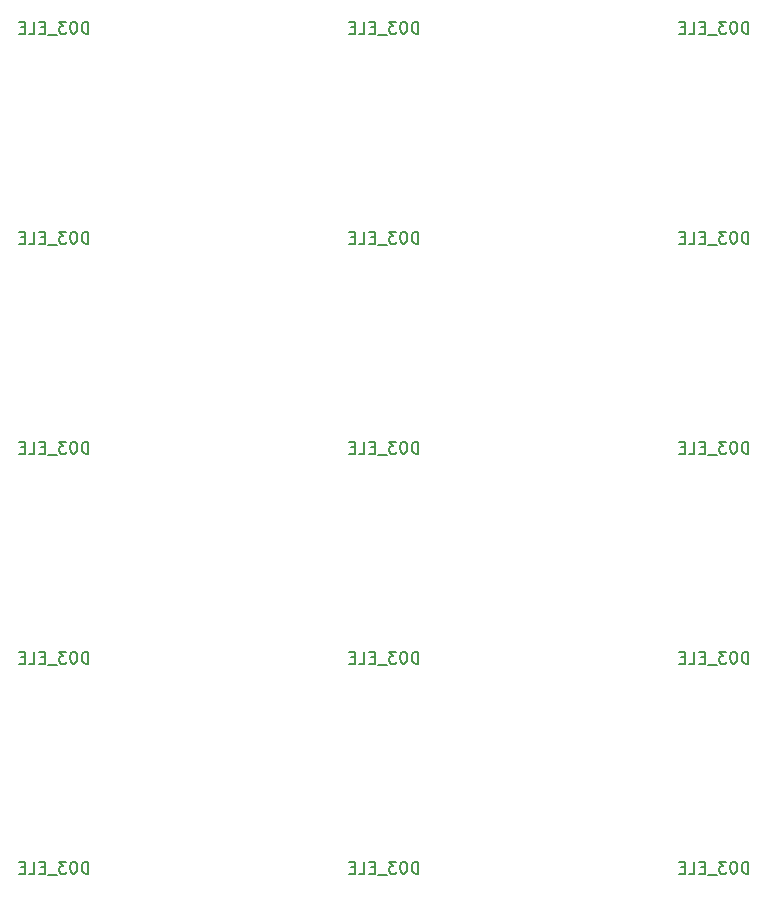
<source format=gbr>
G04 #@! TF.GenerationSoftware,KiCad,Pcbnew,5.1.5-52549c5~86~ubuntu18.04.1*
G04 #@! TF.CreationDate,2020-09-25T18:23:52-05:00*
G04 #@! TF.ProjectId,,58585858-5858-4585-9858-585858585858,rev?*
G04 #@! TF.SameCoordinates,Original*
G04 #@! TF.FileFunction,Legend,Bot*
G04 #@! TF.FilePolarity,Positive*
%FSLAX46Y46*%
G04 Gerber Fmt 4.6, Leading zero omitted, Abs format (unit mm)*
G04 Created by KiCad (PCBNEW 5.1.5-52549c5~86~ubuntu18.04.1) date 2020-09-25 18:23:52*
%MOMM*%
%LPD*%
G04 APERTURE LIST*
%ADD10C,0.150000*%
G04 APERTURE END LIST*
D10*
X175802561Y-158541980D02*
X175802561Y-157541980D01*
X175564466Y-157541980D01*
X175421609Y-157589600D01*
X175326371Y-157684838D01*
X175278752Y-157780076D01*
X175231133Y-157970552D01*
X175231133Y-158113409D01*
X175278752Y-158303885D01*
X175326371Y-158399123D01*
X175421609Y-158494361D01*
X175564466Y-158541980D01*
X175802561Y-158541980D01*
X174612085Y-157541980D02*
X174516847Y-157541980D01*
X174421609Y-157589600D01*
X174373990Y-157637219D01*
X174326371Y-157732457D01*
X174278752Y-157922933D01*
X174278752Y-158161028D01*
X174326371Y-158351504D01*
X174373990Y-158446742D01*
X174421609Y-158494361D01*
X174516847Y-158541980D01*
X174612085Y-158541980D01*
X174707323Y-158494361D01*
X174754942Y-158446742D01*
X174802561Y-158351504D01*
X174850180Y-158161028D01*
X174850180Y-157922933D01*
X174802561Y-157732457D01*
X174754942Y-157637219D01*
X174707323Y-157589600D01*
X174612085Y-157541980D01*
X173945419Y-157541980D02*
X173326371Y-157541980D01*
X173659704Y-157922933D01*
X173516847Y-157922933D01*
X173421609Y-157970552D01*
X173373990Y-158018171D01*
X173326371Y-158113409D01*
X173326371Y-158351504D01*
X173373990Y-158446742D01*
X173421609Y-158494361D01*
X173516847Y-158541980D01*
X173802561Y-158541980D01*
X173897800Y-158494361D01*
X173945419Y-158446742D01*
X173135895Y-158637219D02*
X172373990Y-158637219D01*
X172135895Y-158018171D02*
X171802561Y-158018171D01*
X171659704Y-158541980D02*
X172135895Y-158541980D01*
X172135895Y-157541980D01*
X171659704Y-157541980D01*
X170754942Y-158541980D02*
X171231133Y-158541980D01*
X171231133Y-157541980D01*
X170421609Y-158018171D02*
X170088276Y-158018171D01*
X169945419Y-158541980D02*
X170421609Y-158541980D01*
X170421609Y-157541980D01*
X169945419Y-157541980D01*
X147862561Y-158541980D02*
X147862561Y-157541980D01*
X147624466Y-157541980D01*
X147481609Y-157589600D01*
X147386371Y-157684838D01*
X147338752Y-157780076D01*
X147291133Y-157970552D01*
X147291133Y-158113409D01*
X147338752Y-158303885D01*
X147386371Y-158399123D01*
X147481609Y-158494361D01*
X147624466Y-158541980D01*
X147862561Y-158541980D01*
X146672085Y-157541980D02*
X146576847Y-157541980D01*
X146481609Y-157589600D01*
X146433990Y-157637219D01*
X146386371Y-157732457D01*
X146338752Y-157922933D01*
X146338752Y-158161028D01*
X146386371Y-158351504D01*
X146433990Y-158446742D01*
X146481609Y-158494361D01*
X146576847Y-158541980D01*
X146672085Y-158541980D01*
X146767323Y-158494361D01*
X146814942Y-158446742D01*
X146862561Y-158351504D01*
X146910180Y-158161028D01*
X146910180Y-157922933D01*
X146862561Y-157732457D01*
X146814942Y-157637219D01*
X146767323Y-157589600D01*
X146672085Y-157541980D01*
X146005419Y-157541980D02*
X145386371Y-157541980D01*
X145719704Y-157922933D01*
X145576847Y-157922933D01*
X145481609Y-157970552D01*
X145433990Y-158018171D01*
X145386371Y-158113409D01*
X145386371Y-158351504D01*
X145433990Y-158446742D01*
X145481609Y-158494361D01*
X145576847Y-158541980D01*
X145862561Y-158541980D01*
X145957800Y-158494361D01*
X146005419Y-158446742D01*
X145195895Y-158637219D02*
X144433990Y-158637219D01*
X144195895Y-158018171D02*
X143862561Y-158018171D01*
X143719704Y-158541980D02*
X144195895Y-158541980D01*
X144195895Y-157541980D01*
X143719704Y-157541980D01*
X142814942Y-158541980D02*
X143291133Y-158541980D01*
X143291133Y-157541980D01*
X142481609Y-158018171D02*
X142148276Y-158018171D01*
X142005419Y-158541980D02*
X142481609Y-158541980D01*
X142481609Y-157541980D01*
X142005419Y-157541980D01*
X119922561Y-158541980D02*
X119922561Y-157541980D01*
X119684466Y-157541980D01*
X119541609Y-157589600D01*
X119446371Y-157684838D01*
X119398752Y-157780076D01*
X119351133Y-157970552D01*
X119351133Y-158113409D01*
X119398752Y-158303885D01*
X119446371Y-158399123D01*
X119541609Y-158494361D01*
X119684466Y-158541980D01*
X119922561Y-158541980D01*
X118732085Y-157541980D02*
X118636847Y-157541980D01*
X118541609Y-157589600D01*
X118493990Y-157637219D01*
X118446371Y-157732457D01*
X118398752Y-157922933D01*
X118398752Y-158161028D01*
X118446371Y-158351504D01*
X118493990Y-158446742D01*
X118541609Y-158494361D01*
X118636847Y-158541980D01*
X118732085Y-158541980D01*
X118827323Y-158494361D01*
X118874942Y-158446742D01*
X118922561Y-158351504D01*
X118970180Y-158161028D01*
X118970180Y-157922933D01*
X118922561Y-157732457D01*
X118874942Y-157637219D01*
X118827323Y-157589600D01*
X118732085Y-157541980D01*
X118065419Y-157541980D02*
X117446371Y-157541980D01*
X117779704Y-157922933D01*
X117636847Y-157922933D01*
X117541609Y-157970552D01*
X117493990Y-158018171D01*
X117446371Y-158113409D01*
X117446371Y-158351504D01*
X117493990Y-158446742D01*
X117541609Y-158494361D01*
X117636847Y-158541980D01*
X117922561Y-158541980D01*
X118017800Y-158494361D01*
X118065419Y-158446742D01*
X117255895Y-158637219D02*
X116493990Y-158637219D01*
X116255895Y-158018171D02*
X115922561Y-158018171D01*
X115779704Y-158541980D02*
X116255895Y-158541980D01*
X116255895Y-157541980D01*
X115779704Y-157541980D01*
X114874942Y-158541980D02*
X115351133Y-158541980D01*
X115351133Y-157541980D01*
X114541609Y-158018171D02*
X114208276Y-158018171D01*
X114065419Y-158541980D02*
X114541609Y-158541980D01*
X114541609Y-157541980D01*
X114065419Y-157541980D01*
X175802561Y-140761980D02*
X175802561Y-139761980D01*
X175564466Y-139761980D01*
X175421609Y-139809600D01*
X175326371Y-139904838D01*
X175278752Y-140000076D01*
X175231133Y-140190552D01*
X175231133Y-140333409D01*
X175278752Y-140523885D01*
X175326371Y-140619123D01*
X175421609Y-140714361D01*
X175564466Y-140761980D01*
X175802561Y-140761980D01*
X174612085Y-139761980D02*
X174516847Y-139761980D01*
X174421609Y-139809600D01*
X174373990Y-139857219D01*
X174326371Y-139952457D01*
X174278752Y-140142933D01*
X174278752Y-140381028D01*
X174326371Y-140571504D01*
X174373990Y-140666742D01*
X174421609Y-140714361D01*
X174516847Y-140761980D01*
X174612085Y-140761980D01*
X174707323Y-140714361D01*
X174754942Y-140666742D01*
X174802561Y-140571504D01*
X174850180Y-140381028D01*
X174850180Y-140142933D01*
X174802561Y-139952457D01*
X174754942Y-139857219D01*
X174707323Y-139809600D01*
X174612085Y-139761980D01*
X173945419Y-139761980D02*
X173326371Y-139761980D01*
X173659704Y-140142933D01*
X173516847Y-140142933D01*
X173421609Y-140190552D01*
X173373990Y-140238171D01*
X173326371Y-140333409D01*
X173326371Y-140571504D01*
X173373990Y-140666742D01*
X173421609Y-140714361D01*
X173516847Y-140761980D01*
X173802561Y-140761980D01*
X173897800Y-140714361D01*
X173945419Y-140666742D01*
X173135895Y-140857219D02*
X172373990Y-140857219D01*
X172135895Y-140238171D02*
X171802561Y-140238171D01*
X171659704Y-140761980D02*
X172135895Y-140761980D01*
X172135895Y-139761980D01*
X171659704Y-139761980D01*
X170754942Y-140761980D02*
X171231133Y-140761980D01*
X171231133Y-139761980D01*
X170421609Y-140238171D02*
X170088276Y-140238171D01*
X169945419Y-140761980D02*
X170421609Y-140761980D01*
X170421609Y-139761980D01*
X169945419Y-139761980D01*
X147862561Y-140761980D02*
X147862561Y-139761980D01*
X147624466Y-139761980D01*
X147481609Y-139809600D01*
X147386371Y-139904838D01*
X147338752Y-140000076D01*
X147291133Y-140190552D01*
X147291133Y-140333409D01*
X147338752Y-140523885D01*
X147386371Y-140619123D01*
X147481609Y-140714361D01*
X147624466Y-140761980D01*
X147862561Y-140761980D01*
X146672085Y-139761980D02*
X146576847Y-139761980D01*
X146481609Y-139809600D01*
X146433990Y-139857219D01*
X146386371Y-139952457D01*
X146338752Y-140142933D01*
X146338752Y-140381028D01*
X146386371Y-140571504D01*
X146433990Y-140666742D01*
X146481609Y-140714361D01*
X146576847Y-140761980D01*
X146672085Y-140761980D01*
X146767323Y-140714361D01*
X146814942Y-140666742D01*
X146862561Y-140571504D01*
X146910180Y-140381028D01*
X146910180Y-140142933D01*
X146862561Y-139952457D01*
X146814942Y-139857219D01*
X146767323Y-139809600D01*
X146672085Y-139761980D01*
X146005419Y-139761980D02*
X145386371Y-139761980D01*
X145719704Y-140142933D01*
X145576847Y-140142933D01*
X145481609Y-140190552D01*
X145433990Y-140238171D01*
X145386371Y-140333409D01*
X145386371Y-140571504D01*
X145433990Y-140666742D01*
X145481609Y-140714361D01*
X145576847Y-140761980D01*
X145862561Y-140761980D01*
X145957800Y-140714361D01*
X146005419Y-140666742D01*
X145195895Y-140857219D02*
X144433990Y-140857219D01*
X144195895Y-140238171D02*
X143862561Y-140238171D01*
X143719704Y-140761980D02*
X144195895Y-140761980D01*
X144195895Y-139761980D01*
X143719704Y-139761980D01*
X142814942Y-140761980D02*
X143291133Y-140761980D01*
X143291133Y-139761980D01*
X142481609Y-140238171D02*
X142148276Y-140238171D01*
X142005419Y-140761980D02*
X142481609Y-140761980D01*
X142481609Y-139761980D01*
X142005419Y-139761980D01*
X119922561Y-140761980D02*
X119922561Y-139761980D01*
X119684466Y-139761980D01*
X119541609Y-139809600D01*
X119446371Y-139904838D01*
X119398752Y-140000076D01*
X119351133Y-140190552D01*
X119351133Y-140333409D01*
X119398752Y-140523885D01*
X119446371Y-140619123D01*
X119541609Y-140714361D01*
X119684466Y-140761980D01*
X119922561Y-140761980D01*
X118732085Y-139761980D02*
X118636847Y-139761980D01*
X118541609Y-139809600D01*
X118493990Y-139857219D01*
X118446371Y-139952457D01*
X118398752Y-140142933D01*
X118398752Y-140381028D01*
X118446371Y-140571504D01*
X118493990Y-140666742D01*
X118541609Y-140714361D01*
X118636847Y-140761980D01*
X118732085Y-140761980D01*
X118827323Y-140714361D01*
X118874942Y-140666742D01*
X118922561Y-140571504D01*
X118970180Y-140381028D01*
X118970180Y-140142933D01*
X118922561Y-139952457D01*
X118874942Y-139857219D01*
X118827323Y-139809600D01*
X118732085Y-139761980D01*
X118065419Y-139761980D02*
X117446371Y-139761980D01*
X117779704Y-140142933D01*
X117636847Y-140142933D01*
X117541609Y-140190552D01*
X117493990Y-140238171D01*
X117446371Y-140333409D01*
X117446371Y-140571504D01*
X117493990Y-140666742D01*
X117541609Y-140714361D01*
X117636847Y-140761980D01*
X117922561Y-140761980D01*
X118017800Y-140714361D01*
X118065419Y-140666742D01*
X117255895Y-140857219D02*
X116493990Y-140857219D01*
X116255895Y-140238171D02*
X115922561Y-140238171D01*
X115779704Y-140761980D02*
X116255895Y-140761980D01*
X116255895Y-139761980D01*
X115779704Y-139761980D01*
X114874942Y-140761980D02*
X115351133Y-140761980D01*
X115351133Y-139761980D01*
X114541609Y-140238171D02*
X114208276Y-140238171D01*
X114065419Y-140761980D02*
X114541609Y-140761980D01*
X114541609Y-139761980D01*
X114065419Y-139761980D01*
X175802561Y-122981980D02*
X175802561Y-121981980D01*
X175564466Y-121981980D01*
X175421609Y-122029600D01*
X175326371Y-122124838D01*
X175278752Y-122220076D01*
X175231133Y-122410552D01*
X175231133Y-122553409D01*
X175278752Y-122743885D01*
X175326371Y-122839123D01*
X175421609Y-122934361D01*
X175564466Y-122981980D01*
X175802561Y-122981980D01*
X174612085Y-121981980D02*
X174516847Y-121981980D01*
X174421609Y-122029600D01*
X174373990Y-122077219D01*
X174326371Y-122172457D01*
X174278752Y-122362933D01*
X174278752Y-122601028D01*
X174326371Y-122791504D01*
X174373990Y-122886742D01*
X174421609Y-122934361D01*
X174516847Y-122981980D01*
X174612085Y-122981980D01*
X174707323Y-122934361D01*
X174754942Y-122886742D01*
X174802561Y-122791504D01*
X174850180Y-122601028D01*
X174850180Y-122362933D01*
X174802561Y-122172457D01*
X174754942Y-122077219D01*
X174707323Y-122029600D01*
X174612085Y-121981980D01*
X173945419Y-121981980D02*
X173326371Y-121981980D01*
X173659704Y-122362933D01*
X173516847Y-122362933D01*
X173421609Y-122410552D01*
X173373990Y-122458171D01*
X173326371Y-122553409D01*
X173326371Y-122791504D01*
X173373990Y-122886742D01*
X173421609Y-122934361D01*
X173516847Y-122981980D01*
X173802561Y-122981980D01*
X173897800Y-122934361D01*
X173945419Y-122886742D01*
X173135895Y-123077219D02*
X172373990Y-123077219D01*
X172135895Y-122458171D02*
X171802561Y-122458171D01*
X171659704Y-122981980D02*
X172135895Y-122981980D01*
X172135895Y-121981980D01*
X171659704Y-121981980D01*
X170754942Y-122981980D02*
X171231133Y-122981980D01*
X171231133Y-121981980D01*
X170421609Y-122458171D02*
X170088276Y-122458171D01*
X169945419Y-122981980D02*
X170421609Y-122981980D01*
X170421609Y-121981980D01*
X169945419Y-121981980D01*
X147862561Y-122981980D02*
X147862561Y-121981980D01*
X147624466Y-121981980D01*
X147481609Y-122029600D01*
X147386371Y-122124838D01*
X147338752Y-122220076D01*
X147291133Y-122410552D01*
X147291133Y-122553409D01*
X147338752Y-122743885D01*
X147386371Y-122839123D01*
X147481609Y-122934361D01*
X147624466Y-122981980D01*
X147862561Y-122981980D01*
X146672085Y-121981980D02*
X146576847Y-121981980D01*
X146481609Y-122029600D01*
X146433990Y-122077219D01*
X146386371Y-122172457D01*
X146338752Y-122362933D01*
X146338752Y-122601028D01*
X146386371Y-122791504D01*
X146433990Y-122886742D01*
X146481609Y-122934361D01*
X146576847Y-122981980D01*
X146672085Y-122981980D01*
X146767323Y-122934361D01*
X146814942Y-122886742D01*
X146862561Y-122791504D01*
X146910180Y-122601028D01*
X146910180Y-122362933D01*
X146862561Y-122172457D01*
X146814942Y-122077219D01*
X146767323Y-122029600D01*
X146672085Y-121981980D01*
X146005419Y-121981980D02*
X145386371Y-121981980D01*
X145719704Y-122362933D01*
X145576847Y-122362933D01*
X145481609Y-122410552D01*
X145433990Y-122458171D01*
X145386371Y-122553409D01*
X145386371Y-122791504D01*
X145433990Y-122886742D01*
X145481609Y-122934361D01*
X145576847Y-122981980D01*
X145862561Y-122981980D01*
X145957800Y-122934361D01*
X146005419Y-122886742D01*
X145195895Y-123077219D02*
X144433990Y-123077219D01*
X144195895Y-122458171D02*
X143862561Y-122458171D01*
X143719704Y-122981980D02*
X144195895Y-122981980D01*
X144195895Y-121981980D01*
X143719704Y-121981980D01*
X142814942Y-122981980D02*
X143291133Y-122981980D01*
X143291133Y-121981980D01*
X142481609Y-122458171D02*
X142148276Y-122458171D01*
X142005419Y-122981980D02*
X142481609Y-122981980D01*
X142481609Y-121981980D01*
X142005419Y-121981980D01*
X119922561Y-122981980D02*
X119922561Y-121981980D01*
X119684466Y-121981980D01*
X119541609Y-122029600D01*
X119446371Y-122124838D01*
X119398752Y-122220076D01*
X119351133Y-122410552D01*
X119351133Y-122553409D01*
X119398752Y-122743885D01*
X119446371Y-122839123D01*
X119541609Y-122934361D01*
X119684466Y-122981980D01*
X119922561Y-122981980D01*
X118732085Y-121981980D02*
X118636847Y-121981980D01*
X118541609Y-122029600D01*
X118493990Y-122077219D01*
X118446371Y-122172457D01*
X118398752Y-122362933D01*
X118398752Y-122601028D01*
X118446371Y-122791504D01*
X118493990Y-122886742D01*
X118541609Y-122934361D01*
X118636847Y-122981980D01*
X118732085Y-122981980D01*
X118827323Y-122934361D01*
X118874942Y-122886742D01*
X118922561Y-122791504D01*
X118970180Y-122601028D01*
X118970180Y-122362933D01*
X118922561Y-122172457D01*
X118874942Y-122077219D01*
X118827323Y-122029600D01*
X118732085Y-121981980D01*
X118065419Y-121981980D02*
X117446371Y-121981980D01*
X117779704Y-122362933D01*
X117636847Y-122362933D01*
X117541609Y-122410552D01*
X117493990Y-122458171D01*
X117446371Y-122553409D01*
X117446371Y-122791504D01*
X117493990Y-122886742D01*
X117541609Y-122934361D01*
X117636847Y-122981980D01*
X117922561Y-122981980D01*
X118017800Y-122934361D01*
X118065419Y-122886742D01*
X117255895Y-123077219D02*
X116493990Y-123077219D01*
X116255895Y-122458171D02*
X115922561Y-122458171D01*
X115779704Y-122981980D02*
X116255895Y-122981980D01*
X116255895Y-121981980D01*
X115779704Y-121981980D01*
X114874942Y-122981980D02*
X115351133Y-122981980D01*
X115351133Y-121981980D01*
X114541609Y-122458171D02*
X114208276Y-122458171D01*
X114065419Y-122981980D02*
X114541609Y-122981980D01*
X114541609Y-121981980D01*
X114065419Y-121981980D01*
X175802561Y-105201980D02*
X175802561Y-104201980D01*
X175564466Y-104201980D01*
X175421609Y-104249600D01*
X175326371Y-104344838D01*
X175278752Y-104440076D01*
X175231133Y-104630552D01*
X175231133Y-104773409D01*
X175278752Y-104963885D01*
X175326371Y-105059123D01*
X175421609Y-105154361D01*
X175564466Y-105201980D01*
X175802561Y-105201980D01*
X174612085Y-104201980D02*
X174516847Y-104201980D01*
X174421609Y-104249600D01*
X174373990Y-104297219D01*
X174326371Y-104392457D01*
X174278752Y-104582933D01*
X174278752Y-104821028D01*
X174326371Y-105011504D01*
X174373990Y-105106742D01*
X174421609Y-105154361D01*
X174516847Y-105201980D01*
X174612085Y-105201980D01*
X174707323Y-105154361D01*
X174754942Y-105106742D01*
X174802561Y-105011504D01*
X174850180Y-104821028D01*
X174850180Y-104582933D01*
X174802561Y-104392457D01*
X174754942Y-104297219D01*
X174707323Y-104249600D01*
X174612085Y-104201980D01*
X173945419Y-104201980D02*
X173326371Y-104201980D01*
X173659704Y-104582933D01*
X173516847Y-104582933D01*
X173421609Y-104630552D01*
X173373990Y-104678171D01*
X173326371Y-104773409D01*
X173326371Y-105011504D01*
X173373990Y-105106742D01*
X173421609Y-105154361D01*
X173516847Y-105201980D01*
X173802561Y-105201980D01*
X173897800Y-105154361D01*
X173945419Y-105106742D01*
X173135895Y-105297219D02*
X172373990Y-105297219D01*
X172135895Y-104678171D02*
X171802561Y-104678171D01*
X171659704Y-105201980D02*
X172135895Y-105201980D01*
X172135895Y-104201980D01*
X171659704Y-104201980D01*
X170754942Y-105201980D02*
X171231133Y-105201980D01*
X171231133Y-104201980D01*
X170421609Y-104678171D02*
X170088276Y-104678171D01*
X169945419Y-105201980D02*
X170421609Y-105201980D01*
X170421609Y-104201980D01*
X169945419Y-104201980D01*
X147862561Y-105201980D02*
X147862561Y-104201980D01*
X147624466Y-104201980D01*
X147481609Y-104249600D01*
X147386371Y-104344838D01*
X147338752Y-104440076D01*
X147291133Y-104630552D01*
X147291133Y-104773409D01*
X147338752Y-104963885D01*
X147386371Y-105059123D01*
X147481609Y-105154361D01*
X147624466Y-105201980D01*
X147862561Y-105201980D01*
X146672085Y-104201980D02*
X146576847Y-104201980D01*
X146481609Y-104249600D01*
X146433990Y-104297219D01*
X146386371Y-104392457D01*
X146338752Y-104582933D01*
X146338752Y-104821028D01*
X146386371Y-105011504D01*
X146433990Y-105106742D01*
X146481609Y-105154361D01*
X146576847Y-105201980D01*
X146672085Y-105201980D01*
X146767323Y-105154361D01*
X146814942Y-105106742D01*
X146862561Y-105011504D01*
X146910180Y-104821028D01*
X146910180Y-104582933D01*
X146862561Y-104392457D01*
X146814942Y-104297219D01*
X146767323Y-104249600D01*
X146672085Y-104201980D01*
X146005419Y-104201980D02*
X145386371Y-104201980D01*
X145719704Y-104582933D01*
X145576847Y-104582933D01*
X145481609Y-104630552D01*
X145433990Y-104678171D01*
X145386371Y-104773409D01*
X145386371Y-105011504D01*
X145433990Y-105106742D01*
X145481609Y-105154361D01*
X145576847Y-105201980D01*
X145862561Y-105201980D01*
X145957800Y-105154361D01*
X146005419Y-105106742D01*
X145195895Y-105297219D02*
X144433990Y-105297219D01*
X144195895Y-104678171D02*
X143862561Y-104678171D01*
X143719704Y-105201980D02*
X144195895Y-105201980D01*
X144195895Y-104201980D01*
X143719704Y-104201980D01*
X142814942Y-105201980D02*
X143291133Y-105201980D01*
X143291133Y-104201980D01*
X142481609Y-104678171D02*
X142148276Y-104678171D01*
X142005419Y-105201980D02*
X142481609Y-105201980D01*
X142481609Y-104201980D01*
X142005419Y-104201980D01*
X119922561Y-105201980D02*
X119922561Y-104201980D01*
X119684466Y-104201980D01*
X119541609Y-104249600D01*
X119446371Y-104344838D01*
X119398752Y-104440076D01*
X119351133Y-104630552D01*
X119351133Y-104773409D01*
X119398752Y-104963885D01*
X119446371Y-105059123D01*
X119541609Y-105154361D01*
X119684466Y-105201980D01*
X119922561Y-105201980D01*
X118732085Y-104201980D02*
X118636847Y-104201980D01*
X118541609Y-104249600D01*
X118493990Y-104297219D01*
X118446371Y-104392457D01*
X118398752Y-104582933D01*
X118398752Y-104821028D01*
X118446371Y-105011504D01*
X118493990Y-105106742D01*
X118541609Y-105154361D01*
X118636847Y-105201980D01*
X118732085Y-105201980D01*
X118827323Y-105154361D01*
X118874942Y-105106742D01*
X118922561Y-105011504D01*
X118970180Y-104821028D01*
X118970180Y-104582933D01*
X118922561Y-104392457D01*
X118874942Y-104297219D01*
X118827323Y-104249600D01*
X118732085Y-104201980D01*
X118065419Y-104201980D02*
X117446371Y-104201980D01*
X117779704Y-104582933D01*
X117636847Y-104582933D01*
X117541609Y-104630552D01*
X117493990Y-104678171D01*
X117446371Y-104773409D01*
X117446371Y-105011504D01*
X117493990Y-105106742D01*
X117541609Y-105154361D01*
X117636847Y-105201980D01*
X117922561Y-105201980D01*
X118017800Y-105154361D01*
X118065419Y-105106742D01*
X117255895Y-105297219D02*
X116493990Y-105297219D01*
X116255895Y-104678171D02*
X115922561Y-104678171D01*
X115779704Y-105201980D02*
X116255895Y-105201980D01*
X116255895Y-104201980D01*
X115779704Y-104201980D01*
X114874942Y-105201980D02*
X115351133Y-105201980D01*
X115351133Y-104201980D01*
X114541609Y-104678171D02*
X114208276Y-104678171D01*
X114065419Y-105201980D02*
X114541609Y-105201980D01*
X114541609Y-104201980D01*
X114065419Y-104201980D01*
X175802561Y-87421980D02*
X175802561Y-86421980D01*
X175564466Y-86421980D01*
X175421609Y-86469600D01*
X175326371Y-86564838D01*
X175278752Y-86660076D01*
X175231133Y-86850552D01*
X175231133Y-86993409D01*
X175278752Y-87183885D01*
X175326371Y-87279123D01*
X175421609Y-87374361D01*
X175564466Y-87421980D01*
X175802561Y-87421980D01*
X174612085Y-86421980D02*
X174516847Y-86421980D01*
X174421609Y-86469600D01*
X174373990Y-86517219D01*
X174326371Y-86612457D01*
X174278752Y-86802933D01*
X174278752Y-87041028D01*
X174326371Y-87231504D01*
X174373990Y-87326742D01*
X174421609Y-87374361D01*
X174516847Y-87421980D01*
X174612085Y-87421980D01*
X174707323Y-87374361D01*
X174754942Y-87326742D01*
X174802561Y-87231504D01*
X174850180Y-87041028D01*
X174850180Y-86802933D01*
X174802561Y-86612457D01*
X174754942Y-86517219D01*
X174707323Y-86469600D01*
X174612085Y-86421980D01*
X173945419Y-86421980D02*
X173326371Y-86421980D01*
X173659704Y-86802933D01*
X173516847Y-86802933D01*
X173421609Y-86850552D01*
X173373990Y-86898171D01*
X173326371Y-86993409D01*
X173326371Y-87231504D01*
X173373990Y-87326742D01*
X173421609Y-87374361D01*
X173516847Y-87421980D01*
X173802561Y-87421980D01*
X173897800Y-87374361D01*
X173945419Y-87326742D01*
X173135895Y-87517219D02*
X172373990Y-87517219D01*
X172135895Y-86898171D02*
X171802561Y-86898171D01*
X171659704Y-87421980D02*
X172135895Y-87421980D01*
X172135895Y-86421980D01*
X171659704Y-86421980D01*
X170754942Y-87421980D02*
X171231133Y-87421980D01*
X171231133Y-86421980D01*
X170421609Y-86898171D02*
X170088276Y-86898171D01*
X169945419Y-87421980D02*
X170421609Y-87421980D01*
X170421609Y-86421980D01*
X169945419Y-86421980D01*
X147862561Y-87421980D02*
X147862561Y-86421980D01*
X147624466Y-86421980D01*
X147481609Y-86469600D01*
X147386371Y-86564838D01*
X147338752Y-86660076D01*
X147291133Y-86850552D01*
X147291133Y-86993409D01*
X147338752Y-87183885D01*
X147386371Y-87279123D01*
X147481609Y-87374361D01*
X147624466Y-87421980D01*
X147862561Y-87421980D01*
X146672085Y-86421980D02*
X146576847Y-86421980D01*
X146481609Y-86469600D01*
X146433990Y-86517219D01*
X146386371Y-86612457D01*
X146338752Y-86802933D01*
X146338752Y-87041028D01*
X146386371Y-87231504D01*
X146433990Y-87326742D01*
X146481609Y-87374361D01*
X146576847Y-87421980D01*
X146672085Y-87421980D01*
X146767323Y-87374361D01*
X146814942Y-87326742D01*
X146862561Y-87231504D01*
X146910180Y-87041028D01*
X146910180Y-86802933D01*
X146862561Y-86612457D01*
X146814942Y-86517219D01*
X146767323Y-86469600D01*
X146672085Y-86421980D01*
X146005419Y-86421980D02*
X145386371Y-86421980D01*
X145719704Y-86802933D01*
X145576847Y-86802933D01*
X145481609Y-86850552D01*
X145433990Y-86898171D01*
X145386371Y-86993409D01*
X145386371Y-87231504D01*
X145433990Y-87326742D01*
X145481609Y-87374361D01*
X145576847Y-87421980D01*
X145862561Y-87421980D01*
X145957800Y-87374361D01*
X146005419Y-87326742D01*
X145195895Y-87517219D02*
X144433990Y-87517219D01*
X144195895Y-86898171D02*
X143862561Y-86898171D01*
X143719704Y-87421980D02*
X144195895Y-87421980D01*
X144195895Y-86421980D01*
X143719704Y-86421980D01*
X142814942Y-87421980D02*
X143291133Y-87421980D01*
X143291133Y-86421980D01*
X142481609Y-86898171D02*
X142148276Y-86898171D01*
X142005419Y-87421980D02*
X142481609Y-87421980D01*
X142481609Y-86421980D01*
X142005419Y-86421980D01*
X119922561Y-87421980D02*
X119922561Y-86421980D01*
X119684466Y-86421980D01*
X119541609Y-86469600D01*
X119446371Y-86564838D01*
X119398752Y-86660076D01*
X119351133Y-86850552D01*
X119351133Y-86993409D01*
X119398752Y-87183885D01*
X119446371Y-87279123D01*
X119541609Y-87374361D01*
X119684466Y-87421980D01*
X119922561Y-87421980D01*
X118732085Y-86421980D02*
X118636847Y-86421980D01*
X118541609Y-86469600D01*
X118493990Y-86517219D01*
X118446371Y-86612457D01*
X118398752Y-86802933D01*
X118398752Y-87041028D01*
X118446371Y-87231504D01*
X118493990Y-87326742D01*
X118541609Y-87374361D01*
X118636847Y-87421980D01*
X118732085Y-87421980D01*
X118827323Y-87374361D01*
X118874942Y-87326742D01*
X118922561Y-87231504D01*
X118970180Y-87041028D01*
X118970180Y-86802933D01*
X118922561Y-86612457D01*
X118874942Y-86517219D01*
X118827323Y-86469600D01*
X118732085Y-86421980D01*
X118065419Y-86421980D02*
X117446371Y-86421980D01*
X117779704Y-86802933D01*
X117636847Y-86802933D01*
X117541609Y-86850552D01*
X117493990Y-86898171D01*
X117446371Y-86993409D01*
X117446371Y-87231504D01*
X117493990Y-87326742D01*
X117541609Y-87374361D01*
X117636847Y-87421980D01*
X117922561Y-87421980D01*
X118017800Y-87374361D01*
X118065419Y-87326742D01*
X117255895Y-87517219D02*
X116493990Y-87517219D01*
X116255895Y-86898171D02*
X115922561Y-86898171D01*
X115779704Y-87421980D02*
X116255895Y-87421980D01*
X116255895Y-86421980D01*
X115779704Y-86421980D01*
X114874942Y-87421980D02*
X115351133Y-87421980D01*
X115351133Y-86421980D01*
X114541609Y-86898171D02*
X114208276Y-86898171D01*
X114065419Y-87421980D02*
X114541609Y-87421980D01*
X114541609Y-86421980D01*
X114065419Y-86421980D01*
M02*

</source>
